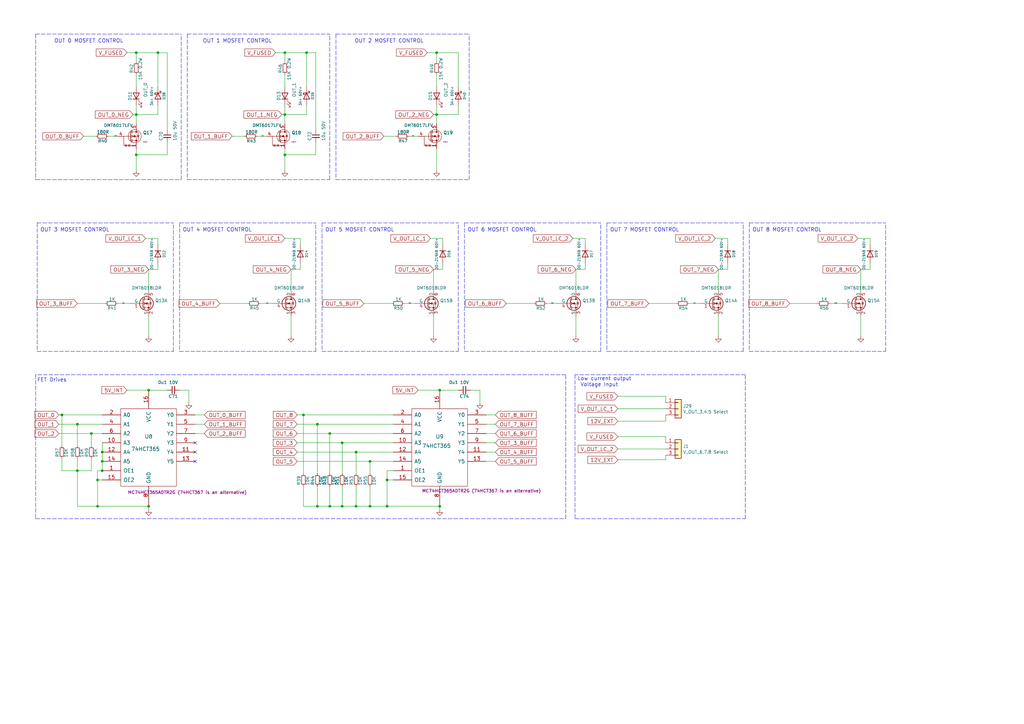
<source format=kicad_sch>
(kicad_sch (version 20211123) (generator eeschema)
  (paper "A3")
  (title_block (title "Duet 3 - Expansion 3HC") (date "2022-05-30") (rev "1.02") (company "Duet3D") (comment 1 "DUET 3 LICENSE") (comment 2 "www.duet3d.com"))
  (lib_symbols
    (symbol "Connector_Generic:Conn_01x03" (pin_names (offset 1.016) hide)
      (property "Reference" "J" (at 0 5.08 0))
      (property "Value" "Conn_01x03" (at 0 -5.08 0))
      (symbol "Conn_01x03_1_1"
        (pin passive line (at -5.08 2.54 0) (length 3.81) (name "Pin_1") (number "1"))
        (pin passive line (at -5.08 0 0) (length 3.81) (name "Pin_2") (number "2"))
        (pin passive line (at -5.08 -2.54 0) (length 3.81) (name "Pin_3") (number "3"))
      )
    )
    (symbol "Device:C_Small" (pin_numbers hide) (pin_names (offset 0.254) hide)
      (property "Reference" "C" (at 0.254 1.778 0))
      (property "Value" "C_Small" (at 0.254 -2.032 0))
      (symbol "C_Small_1_1"
        (pin passive line (at 0 2.54 270) (length 2.032) (name "~") (number "1"))
        (pin passive line (at 0 -2.54 90) (length 2.032) (name "~") (number "2"))
      )
    )
    (symbol "Device:D" (pin_numbers hide) (pin_names (offset 1.016) hide)
      (property "Reference" "D" (at 0 2.54 0))
      (property "Value" "D" (at 0 -2.54 0))
      (symbol "D_1_1"
        (pin passive line (at -3.81 0 0) (length 2.54) (name "K") (number "1"))
        (pin passive line (at 3.81 0 180) (length 2.54) (name "A") (number "2"))
      )
    )
    (symbol "Device:D_Schottky" (pin_numbers hide) (pin_names (offset 1.016) hide)
      (property "Reference" "D" (at 0 2.54 0))
      (property "Value" "D_Schottky" (at 0 -2.54 0))
      (symbol "D_Schottky_1_1"
        (pin passive line (at -3.81 0 0) (length 2.54) (name "K") (number "1"))
        (pin passive line (at 3.81 0 180) (length 2.54) (name "A") (number "2"))
      )
    )
    (symbol "Device:LED" (pin_numbers hide) (pin_names (offset 1.016) hide)
      (property "Reference" "D" (at 0 2.54 0))
      (property "Value" "LED" (at 0 -2.54 0))
      (symbol "LED_1_1"
        (pin passive line (at -3.81 0 0) (length 2.54) (name "K") (number "1"))
        (pin passive line (at 3.81 0 180) (length 2.54) (name "A") (number "2"))
      )
    )
    (symbol "Device:R_Small" (pin_numbers hide) (pin_names (offset 0.254) hide)
      (property "Reference" "R" (at 0.762 0.508 0))
      (property "Value" "R_Small" (at 0.762 -1.016 0))
      (symbol "R_Small_1_1"
        (pin passive line (at 0 2.54 270) (length 0.762) (name "~") (number "1"))
        (pin passive line (at 0 -2.54 90) (length 0.762) (name "~") (number "2"))
      )
    )
    (symbol "Duet3:74HCT365" (pin_names (offset 1.016))
      (property "Reference" "U" (at 0 1.27 0))
      (property "Value" "74HCT365" (at 0 -1.27 0))
      (symbol "74HCT365_1_1"
        (pin power_in line (at -19.05 -11.43 0) (length 7.62) (name "OE1") (number "1"))
        (pin power_in line (at -19.05 0 0) (length 7.62) (name "A3") (number "10"))
        (pin power_in line (at 19.05 -3.81 180) (length 7.62) (name "Y4") (number "11"))
        (pin power_in line (at -19.05 -3.81 0) (length 7.62) (name "A4") (number "12"))
        (pin power_in line (at 19.05 -7.62 180) (length 7.62) (name "Y5") (number "13"))
        (pin power_in line (at -19.05 -7.62 0) (length 7.62) (name "A5") (number "14"))
        (pin power_in line (at -19.05 -15.24 0) (length 7.62) (name "OE2") (number "15"))
        (pin power_in line (at 0 21.59 270) (length 7.62) (name "VCC") (number "16"))
        (pin power_in line (at -19.05 11.43 0) (length 7.62) (name "A0") (number "2"))
        (pin power_in line (at 19.05 11.43 180) (length 7.62) (name "Y0") (number "3"))
        (pin power_in line (at -19.05 7.62 0) (length 7.62) (name "A1") (number "4"))
        (pin power_in line (at 19.05 7.62 180) (length 7.62) (name "Y1") (number "5"))
        (pin power_in line (at -19.05 3.81 0) (length 7.62) (name "A2") (number "6"))
        (pin power_in line (at 19.05 3.81 180) (length 7.62) (name "Y2") (number "7"))
        (pin power_in line (at 0 -25.4 90) (length 7.62) (name "GND") (number "8"))
        (pin power_in line (at 19.05 0 180) (length 7.62) (name "Y3") (number "9"))
      )
    )
    (symbol "Duet3:DMT60nnLFV" (pin_names (offset 0) hide)
      (property "Reference" "Q" (at 3.81 1.905 0))
      (property "Value" "Duet3_DMT60nnLFV" (at 3.81 0 0))
      (property "Part Number" "DMT6017LFV" (at -1.27 0 0))
      (symbol "DMT60nnLFV_1_1"
        (pin passive line (at 1.27 -5.08 90) (length 2.54) (name "S") (number "1"))
        (pin passive line (at 1.27 -5.08 90) (length 2.54) hide (name "S") (number "2"))
        (pin passive line (at 1.27 -5.08 90) (length 2.54) hide (name "S") (number "3"))
        (pin passive line (at -6.35 0 0) (length 2.54) (name "G") (number "4"))
        (pin passive line (at 1.27 5.08 270) (length 2.54) (name "D") (number "5"))
      )
    )
    (symbol "Duet3:Q_DUAL_NMOS_Power33-Device" (pin_names (offset 0))
      (property "Reference" "Q" (at 6.35 1.27 0))
      (property "Value" "Q_DUAL_NMOS_Power33-Device" (at 16.51 -1.27 0))
      (symbol "Q_DUAL_NMOS_Power33-Device_1_1"
        (pin input line (at -5.08 0 0) (length 5.08) (name "G") (number "1"))
        (pin passive line (at 2.54 -5.08 90) (length 2.54) (name "S") (number "2"))
        (pin passive line (at 2.54 5.08 270) (length 2.54) (name "D") (number "5"))
      )
      (symbol "Q_DUAL_NMOS_Power33-Device_2_1"
        (pin passive line (at 2.54 -5.08 90) (length 2.54) (name "S") (number "3"))
        (pin input line (at -5.08 0 0) (length 5.08) (name "G") (number "4"))
        (pin passive line (at 2.54 5.08 270) (length 2.54) (name "D") (number "6"))
      )
    )
    (symbol "power:GND" (power) (pin_names (offset 0))
      (property "Value" "GND" (at 0 -3.81 0))
      (symbol "GND_1_1"
        (pin power_in line (at 0 0 270) (length 0) hide (name "GND") (number "1"))
      )
    )
  )
  (junction (at 135.255 177.8))
  (junction (at 180.34 207.645))
  (junction (at 158.75 196.85))
  (junction (at 140.335 207.645))
  (junction (at 41.91 185.42))
  (junction (at 41.91 189.23))
  (junction (at 25.4 170.18))
  (junction (at 55.88 21.59))
  (junction (at 125.73 21.59))
  (junction (at 116.84 46.99))
  (junction (at 179.07 21.59))
  (junction (at 135.255 207.645))
  (junction (at 37.465 177.8))
  (junction (at 130.175 207.645))
  (junction (at 60.96 160.02))
  (junction (at 146.05 207.645))
  (junction (at 40.005 196.85))
  (junction (at 55.88 46.99))
  (junction (at 31.75 193.04))
  (junction (at 40.005 207.645))
  (junction (at 146.05 185.42))
  (junction (at 180.34 160.02))
  (junction (at 179.07 46.99))
  (junction (at 116.84 63.5))
  (junction (at 116.84 21.59))
  (junction (at 31.75 173.99))
  (junction (at 41.91 193.04))
  (junction (at 151.765 189.23))
  (junction (at 124.46 170.18))
  (junction (at 158.75 207.645))
  (junction (at 130.175 173.99))
  (junction (at 64.77 21.59))
  (junction (at 151.765 207.645))
  (junction (at 60.96 207.645))
  (junction (at 55.88 63.5))
  (junction (at 140.335 181.61))
  (no_connect (at 80.01 185.42))
  (no_connect (at 80.01 181.61))
  (no_connect (at 80.01 189.23))
  (wire (pts (xy 64.77 107.95) (xy 64.77 110.49)))
  (wire (pts (xy 196.85 160.02) (xy 196.85 165.1)))
  (wire (pts (xy 253.365 188.595) (xy 273.05 188.595)))
  (wire (pts (xy 273.05 179.07) (xy 253.365 179.07)))
  (wire (pts (xy 55.88 30.48) (xy 55.88 35.56)))
  (polyline (pts (xy 76.835 73.66) (xy 135.255 73.66)))
  (wire (pts (xy 119.38 110.49) (xy 123.19 110.49)))
  (wire (pts (xy 199.39 177.8) (xy 203.2 177.8)))
  (polyline (pts (xy 248.92 91.44) (xy 304.8 91.44)))
  (wire (pts (xy 151.765 199.39) (xy 151.765 207.645)))
  (wire (pts (xy 31.75 193.04) (xy 25.4 193.04)))
  (wire (pts (xy 165.735 124.46) (xy 170.18 124.46)))
  (wire (pts (xy 68.58 58.42) (xy 68.58 63.5)))
  (polyline (pts (xy 192.405 73.66) (xy 192.405 13.97)))
  (wire (pts (xy 60.96 207.645) (xy 60.96 207.01)))
  (polyline (pts (xy 132.08 91.44) (xy 187.96 91.44)))
  (wire (pts (xy 175.26 21.59) (xy 179.07 21.59)))
  (wire (pts (xy 177.8 110.49) (xy 177.8 119.38)))
  (polyline (pts (xy 74.295 73.66) (xy 74.295 13.97)))
  (wire (pts (xy 140.335 181.61) (xy 161.29 181.61)))
  (polyline (pts (xy 15.24 144.145) (xy 71.12 144.145)))
  (wire (pts (xy 151.765 189.23) (xy 161.29 189.23)))
  (wire (pts (xy 203.2 189.23) (xy 199.39 189.23)))
  (wire (pts (xy 140.335 207.645) (xy 146.05 207.645)))
  (wire (pts (xy 240.03 97.79) (xy 234.95 97.79)))
  (wire (pts (xy 40.005 196.85) (xy 40.005 207.645)))
  (wire (pts (xy 151.765 189.23) (xy 151.765 194.31)))
  (polyline (pts (xy 73.66 144.145) (xy 129.54 144.145)))
  (wire (pts (xy 52.07 21.59) (xy 55.88 21.59)))
  (wire (pts (xy 124.46 170.18) (xy 161.29 170.18)))
  (polyline (pts (xy 307.34 91.44) (xy 307.34 144.145)))
  (polyline (pts (xy 305.689 212.725) (xy 305.689 153.67)))
  (wire (pts (xy 199.39 170.18) (xy 203.2 170.18)))
  (wire (pts (xy 146.05 207.645) (xy 151.765 207.645)))
  (wire (pts (xy 171.45 160.02) (xy 180.34 160.02)))
  (wire (pts (xy 236.22 110.49) (xy 240.03 110.49)))
  (wire (pts (xy 77.47 160.02) (xy 77.47 165.1)))
  (wire (pts (xy 298.45 97.79) (xy 298.45 100.33)))
  (wire (pts (xy 149.225 124.46) (xy 160.655 124.46)))
  (wire (pts (xy 353.06 110.49) (xy 353.06 119.38)))
  (wire (pts (xy 40.005 193.04) (xy 40.005 196.85)))
  (wire (pts (xy 282.575 124.46) (xy 287.02 124.46)))
  (wire (pts (xy 146.05 199.39) (xy 146.05 207.645)))
  (wire (pts (xy 353.06 129.54) (xy 353.06 137.795)))
  (polyline (pts (xy 235.839 153.67) (xy 235.839 212.725)))
  (wire (pts (xy 253.365 184.15) (xy 273.05 184.15)))
  (polyline (pts (xy 132.08 144.145) (xy 187.96 144.145)))
  (polyline (pts (xy 137.795 73.66) (xy 192.405 73.66)))
  (wire (pts (xy 199.39 173.99) (xy 203.2 173.99)))
  (wire (pts (xy 140.335 181.61) (xy 140.335 194.31)))
  (polyline (pts (xy 232.029 153.67) (xy 14.605 153.67)))
  (wire (pts (xy 179.07 46.99) (xy 177.8 46.99)))
  (wire (pts (xy 119.38 129.54) (xy 119.38 137.795)))
  (wire (pts (xy 273.05 172.72) (xy 273.05 170.18)))
  (wire (pts (xy 55.88 63.5) (xy 55.88 69.85)))
  (wire (pts (xy 55.88 43.18) (xy 55.88 46.99)))
  (wire (pts (xy 236.22 110.49) (xy 236.22 119.38)))
  (wire (pts (xy 135.255 177.8) (xy 135.255 194.31)))
  (wire (pts (xy 129.54 63.5) (xy 116.84 63.5)))
  (wire (pts (xy 140.335 199.39) (xy 140.335 207.645)))
  (wire (pts (xy 41.91 185.42) (xy 41.91 189.23)))
  (polyline (pts (xy 14.605 212.725) (xy 232.029 212.725)))
  (wire (pts (xy 48.26 124.46) (xy 53.34 124.46)))
  (wire (pts (xy 116.84 46.99) (xy 125.73 46.99)))
  (wire (pts (xy 179.07 43.18) (xy 179.07 46.99)))
  (wire (pts (xy 73.66 160.02) (xy 77.47 160.02)))
  (wire (pts (xy 41.91 181.61) (xy 41.91 185.42)))
  (wire (pts (xy 113.03 21.59) (xy 116.84 21.59)))
  (polyline (pts (xy 248.92 144.145) (xy 304.8 144.145)))
  (wire (pts (xy 116.84 30.48) (xy 116.84 35.56)))
  (wire (pts (xy 298.45 97.79) (xy 293.37 97.79)))
  (wire (pts (xy 116.84 63.5) (xy 116.84 69.85)))
  (wire (pts (xy 124.46 207.645) (xy 130.175 207.645)))
  (wire (pts (xy 298.45 107.95) (xy 298.45 110.49)))
  (wire (pts (xy 55.88 21.59) (xy 55.88 25.4)))
  (wire (pts (xy 68.58 63.5) (xy 55.88 63.5)))
  (wire (pts (xy 161.29 193.04) (xy 158.75 193.04)))
  (polyline (pts (xy 14.605 13.97) (xy 14.605 73.66)))
  (polyline (pts (xy 304.8 144.145) (xy 304.8 91.44)))
  (wire (pts (xy 129.54 21.59) (xy 129.54 53.34)))
  (wire (pts (xy 253.365 167.64) (xy 273.05 167.64)))
  (wire (pts (xy 60.96 160.02) (xy 68.58 160.02)))
  (wire (pts (xy 125.73 35.56) (xy 125.73 21.59)))
  (wire (pts (xy 353.06 110.49) (xy 356.87 110.49)))
  (wire (pts (xy 240.03 97.79) (xy 240.03 100.33)))
  (wire (pts (xy 55.88 46.99) (xy 64.77 46.99)))
  (wire (pts (xy 60.96 110.49) (xy 64.77 110.49)))
  (wire (pts (xy 64.77 35.56) (xy 64.77 21.59)))
  (wire (pts (xy 123.19 97.79) (xy 123.19 100.33)))
  (wire (pts (xy 25.4 170.18) (xy 41.91 170.18)))
  (wire (pts (xy 157.48 55.88) (xy 162.56 55.88)))
  (polyline (pts (xy 14.605 73.66) (xy 74.295 73.66)))
  (polyline (pts (xy 305.689 153.67) (xy 235.839 153.67)))
  (wire (pts (xy 187.96 21.59) (xy 179.07 21.59)))
  (wire (pts (xy 124.46 170.18) (xy 124.46 194.31)))
  (wire (pts (xy 199.39 185.42) (xy 203.2 185.42)))
  (wire (pts (xy 273.05 188.595) (xy 273.05 186.69)))
  (wire (pts (xy 31.75 193.04) (xy 37.465 193.04)))
  (wire (pts (xy 130.175 173.99) (xy 161.29 173.99)))
  (wire (pts (xy 158.75 196.85) (xy 161.29 196.85)))
  (wire (pts (xy 52.07 160.02) (xy 60.96 160.02)))
  (wire (pts (xy 116.84 21.59) (xy 125.73 21.59)))
  (wire (pts (xy 64.77 97.79) (xy 64.77 100.33)))
  (wire (pts (xy 106.68 124.46) (xy 111.76 124.46)))
  (polyline (pts (xy 15.24 91.44) (xy 15.24 144.145)))
  (polyline (pts (xy 71.12 144.145) (xy 71.12 91.44)))
  (wire (pts (xy 121.92 181.61) (xy 140.335 181.61)))
  (wire (pts (xy 31.75 173.99) (xy 31.75 182.88)))
  (wire (pts (xy 356.87 97.79) (xy 356.87 100.33)))
  (wire (pts (xy 116.84 46.99) (xy 115.57 46.99)))
  (wire (pts (xy 40.005 207.645) (xy 60.96 207.645)))
  (polyline (pts (xy 132.08 91.44) (xy 132.08 144.145)))
  (wire (pts (xy 193.04 160.02) (xy 196.85 160.02)))
  (polyline (pts (xy 73.66 91.44) (xy 129.54 91.44)))
  (wire (pts (xy 180.34 160.02) (xy 187.96 160.02)))
  (polyline (pts (xy 135.255 73.66) (xy 135.255 13.97)))
  (wire (pts (xy 64.77 97.79) (xy 59.69 97.79)))
  (wire (pts (xy 40.005 196.85) (xy 41.91 196.85)))
  (wire (pts (xy 83.82 177.8) (xy 80.01 177.8)))
  (wire (pts (xy 64.77 46.99) (xy 64.77 43.18)))
  (wire (pts (xy 273.05 181.61) (xy 273.05 179.07)))
  (wire (pts (xy 60.96 110.49) (xy 60.96 119.38)))
  (wire (pts (xy 179.07 50.8) (xy 179.07 46.99)))
  (wire (pts (xy 167.64 55.88) (xy 171.45 55.88)))
  (wire (pts (xy 207.645 124.46) (xy 219.075 124.46)))
  (wire (pts (xy 124.46 199.39) (xy 124.46 207.645)))
  (wire (pts (xy 356.87 97.79) (xy 351.79 97.79)))
  (wire (pts (xy 55.88 46.99) (xy 54.61 46.99)))
  (wire (pts (xy 60.96 208.915) (xy 60.96 207.645)))
  (wire (pts (xy 273.05 162.56) (xy 253.365 162.56)))
  (wire (pts (xy 224.155 124.46) (xy 228.6 124.46)))
  (wire (pts (xy 125.73 21.59) (xy 129.54 21.59)))
  (wire (pts (xy 146.05 185.42) (xy 146.05 194.31)))
  (wire (pts (xy 129.54 58.42) (xy 129.54 63.5)))
  (wire (pts (xy 119.38 110.49) (xy 119.38 119.38)))
  (wire (pts (xy 68.58 21.59) (xy 68.58 53.34)))
  (wire (pts (xy 179.07 21.59) (xy 179.07 25.4)))
  (wire (pts (xy 55.88 50.8) (xy 55.88 46.99)))
  (wire (pts (xy 236.22 129.54) (xy 236.22 137.795)))
  (wire (pts (xy 121.92 170.18) (xy 124.46 170.18)))
  (wire (pts (xy 135.255 199.39) (xy 135.255 207.645)))
  (wire (pts (xy 121.92 173.99) (xy 130.175 173.99)))
  (polyline (pts (xy 73.66 91.44) (xy 73.66 144.145)))
  (wire (pts (xy 116.84 21.59) (xy 116.84 25.4)))
  (wire (pts (xy 37.465 177.8) (xy 37.465 182.88)))
  (wire (pts (xy 130.175 173.99) (xy 130.175 194.31)))
  (wire (pts (xy 158.75 196.85) (xy 158.75 207.645)))
  (wire (pts (xy 105.41 55.88) (xy 109.22 55.88)))
  (polyline (pts (xy 246.38 144.145) (xy 246.38 91.44)))
  (wire (pts (xy 130.175 199.39) (xy 130.175 207.645)))
  (wire (pts (xy 64.77 21.59) (xy 68.58 21.59)))
  (wire (pts (xy 266.065 124.46) (xy 277.495 124.46)))
  (wire (pts (xy 31.75 124.46) (xy 43.18 124.46)))
  (wire (pts (xy 179.07 30.48) (xy 179.07 35.56)))
  (polyline (pts (xy 14.605 13.97) (xy 74.295 13.97)))
  (wire (pts (xy 294.64 110.49) (xy 298.45 110.49)))
  (wire (pts (xy 323.85 124.46) (xy 335.28 124.46)))
  (wire (pts (xy 151.765 207.645) (xy 158.75 207.645)))
  (polyline (pts (xy 190.5 144.145) (xy 246.38 144.145)))
  (polyline (pts (xy 307.34 91.44) (xy 363.22 91.44)))
  (polyline (pts (xy 15.24 91.44) (xy 71.12 91.44)))
  (wire (pts (xy 55.88 21.59) (xy 64.77 21.59)))
  (wire (pts (xy 158.75 207.645) (xy 180.34 207.645)))
  (wire (pts (xy 135.255 177.8) (xy 161.29 177.8)))
  (wire (pts (xy 116.84 50.8) (xy 116.84 46.99)))
  (polyline (pts (xy 307.34 144.145) (xy 363.22 144.145)))
  (polyline (pts (xy 190.5 91.44) (xy 190.5 144.145)))
  (wire (pts (xy 199.39 181.61) (xy 203.2 181.61)))
  (wire (pts (xy 121.92 177.8) (xy 135.255 177.8)))
  (wire (pts (xy 37.465 177.8) (xy 41.91 177.8)))
  (polyline (pts (xy 137.795 13.97) (xy 137.795 73.66)))
  (wire (pts (xy 177.8 110.49) (xy 181.61 110.49)))
  (wire (pts (xy 83.82 173.99) (xy 80.01 173.99)))
  (wire (pts (xy 116.84 43.18) (xy 116.84 46.99)))
  (wire (pts (xy 158.75 193.04) (xy 158.75 196.85)))
  (wire (pts (xy 40.005 207.645) (xy 31.75 207.645)))
  (wire (pts (xy 55.88 60.96) (xy 55.88 63.5)))
  (wire (pts (xy 31.75 187.96) (xy 31.75 193.04)))
  (wire (pts (xy 135.255 207.645) (xy 140.335 207.645)))
  (wire (pts (xy 41.91 193.04) (xy 40.005 193.04)))
  (polyline (pts (xy 187.96 144.145) (xy 187.96 91.44)))
  (wire (pts (xy 187.96 35.56) (xy 187.96 21.59)))
  (wire (pts (xy 123.19 97.79) (xy 116.84 97.79)))
  (wire (pts (xy 83.82 170.18) (xy 80.01 170.18)))
  (wire (pts (xy 179.07 60.96) (xy 179.07 69.85)))
  (wire (pts (xy 95.25 55.88) (xy 100.33 55.88)))
  (wire (pts (xy 31.75 173.99) (xy 41.91 173.99)))
  (wire (pts (xy 340.36 124.46) (xy 345.44 124.46)))
  (wire (pts (xy 24.13 173.99) (xy 31.75 173.99)))
  (wire (pts (xy 146.05 185.42) (xy 161.29 185.42)))
  (polyline (pts (xy 76.835 13.97) (xy 135.255 13.97)))
  (wire (pts (xy 44.45 55.88) (xy 48.26 55.88)))
  (polyline (pts (xy 76.835 13.97) (xy 76.835 73.66)))
  (wire (pts (xy 181.61 107.95) (xy 181.61 110.49)))
  (wire (pts (xy 294.64 129.54) (xy 294.64 137.795)))
  (wire (pts (xy 41.91 189.23) (xy 41.91 193.04)))
  (wire (pts (xy 187.96 46.99) (xy 187.96 43.18)))
  (wire (pts (xy 179.07 46.99) (xy 187.96 46.99)))
  (polyline (pts (xy 137.795 13.97) (xy 192.405 13.97)))
  (polyline (pts (xy 14.605 153.67) (xy 14.605 212.725)))
  (wire (pts (xy 116.84 60.96) (xy 116.84 63.5)))
  (wire (pts (xy 24.13 177.8) (xy 37.465 177.8)))
  (wire (pts (xy 24.13 170.18) (xy 25.4 170.18)))
  (wire (pts (xy 25.4 170.18) (xy 25.4 182.88)))
  (wire (pts (xy 121.92 185.42) (xy 146.05 185.42)))
  (wire (pts (xy 356.87 107.95) (xy 356.87 110.49)))
  (wire (pts (xy 123.19 107.95) (xy 123.19 110.49)))
  (wire (pts (xy 125.73 46.99) (xy 125.73 43.18)))
  (wire (pts (xy 31.75 207.645) (xy 31.75 193.04)))
  (polyline (pts (xy 235.839 212.725) (xy 305.689 212.725)))
  (wire (pts (xy 60.96 129.54) (xy 60.96 137.795)))
  (polyline (pts (xy 190.5 91.44) (xy 246.38 91.44)))
  (wire (pts (xy 180.34 208.915) (xy 180.34 207.645)))
  (polyline (pts (xy 363.22 144.145) (xy 363.22 91.44)))
  (wire (pts (xy 90.17 124.46) (xy 101.6 124.46)))
  (wire (pts (xy 273.05 165.1) (xy 273.05 162.56)))
  (wire (pts (xy 25.4 187.96) (xy 25.4 193.04)))
  (wire (pts (xy 121.92 189.23) (xy 151.765 189.23)))
  (wire (pts (xy 181.61 97.79) (xy 176.53 97.79)))
  (wire (pts (xy 177.8 129.54) (xy 177.8 137.795)))
  (wire (pts (xy 294.64 110.49) (xy 294.64 119.38)))
  (wire (pts (xy 34.29 55.88) (xy 39.37 55.88)))
  (polyline (pts (xy 248.92 91.44) (xy 248.92 144.145)))
  (wire (pts (xy 130.175 207.645) (xy 135.255 207.645)))
  (wire (pts (xy 180.34 207.645) (xy 180.34 207.01)))
  (polyline (pts (xy 129.54 144.145) (xy 129.54 91.44)))
  (polyline (pts (xy 232.029 212.725) (xy 232.029 153.67)))
  (wire (pts (xy 240.03 107.95) (xy 240.03 110.49)))
  (wire (pts (xy 253.365 172.72) (xy 273.05 172.72)))
  (wire (pts (xy 37.465 187.96) (xy 37.465 193.04)))
  (wire (pts (xy 181.61 97.79) (xy 181.61 100.33)))
  (text "Low current output\n Voltage Input" (at 236.855 158.75 0) (effects (font (size 1.524 1.524)) (justify left bottom)))
  (text "OUT 5 MOSFET CONTROL" (at 133.35 95.25 0) (effects (font (size 1.524 1.524)) (justify left bottom)))
  (text "OUT 3 MOSFET CONTROL" (at 16.51 95.25 0) (effects (font (size 1.524 1.524)) (justify left bottom)))
  (text "OUT 6 MOSFET CONTROL" (at 191.77 95.25 0) (effects (font (size 1.524 1.524)) (justify left bottom)))
  (text "OUT 7 MOSFET CONTROL" (at 250.19 95.25 0) (effects (font (size 1.524 1.524)) (justify left bottom)))
  (text "OUT 4 MOSFET CONTROL" (at 74.93 95.25 0) (effects (font (size 1.524 1.524)) (justify left bottom)))
  (text "FET Drives" (at 15.24 156.845 0) (effects (font (size 1.524 1.524)) (justify left bottom)))
  (text "OUT 2 MOSFET CONTROL" (at 145.415 17.78 0) (effects (font (size 1.524 1.524)) (justify left bottom)))
  (text "OUT 0 MOSFET CONTROL" (at 22.225 17.78 0) (effects (font (size 1.524 1.524)) (justify left bottom)))
  (text "OUT 8 MOSFET CONTROL" (at 308.61 95.25 0) (effects (font (size 1.524 1.524)) (justify left bottom)))
  (text "OUT 1 MOSFET CONTROL" (at 83.185 17.78 0) (effects (font (size 1.524 1.524)) (justify left bottom)))
  (label "out_7" (at 284.48 124.46 0) (effects (font (size 0.2032 0.2032))))
  (label "out_8" (at 342.265 124.46 0) (effects (font (size 0.2032 0.2032))))
  (label "out_4" (at 109.22 124.46 0) (effects (font (size 0.2032 0.2032))))
  (label "out_1" (at 107.315 55.88 0) (effects (font (size 0.2032 0.2032))))
  (label "out_6" (at 226.06 124.46 0) (effects (font (size 0.2032 0.2032))))
  (label "out_3" (at 50.165 124.46 0) (effects (font (size 0.2032 0.2032))))
  (label "out_0" (at 46.99 55.88 0) (effects (font (size 0.2032 0.2032))))
  (label "out_5" (at 167.64 124.46 0) (effects (font (size 0.2032 0.2032))))
  (label "out_2" (at 168.91 55.88 0) (effects (font (size 0.2032 0.2032))))
  (global_label "V_OUT_LC_1" (shape input) (at 59.69 97.79 180) (effects (font (size 1.524 1.524))) (property "Intersheet References" "${INTERSHEET_REFS}" (effects hide)))
  (global_label "OUT_4_BUFF" (shape input) (at 90.17 124.46 180) (effects (font (size 1.524 1.524))) (property "Intersheet References" "${INTERSHEET_REFS}" (effects hide)))
  (global_label "OUT_4" (shape input) (at 121.92 185.42 180) (effects (font (size 1.524 1.524))) (property "Intersheet References" "${INTERSHEET_REFS}" (effects hide)))
  (global_label "OUT_2_NEG" (shape input) (at 177.8 46.99 180) (effects (font (size 1.524 1.524))) (property "Intersheet References" "${INTERSHEET_REFS}" (effects hide)))
  (global_label "V_FUSED" (shape input) (at 253.365 162.56 180) (effects (font (size 1.524 1.524))) (property "Intersheet References" "${INTERSHEET_REFS}" (effects hide)))
  (global_label "OUT_7_BUFF" (shape input) (at 266.065 124.46 180) (effects (font (size 1.524 1.524))) (property "Intersheet References" "${INTERSHEET_REFS}" (effects hide)))
  (global_label "OUT_6_NEG" (shape input) (at 236.22 110.49 180) (effects (font (size 1.524 1.524))) (property "Intersheet References" "${INTERSHEET_REFS}" (effects hide)))
  (global_label "OUT_8_BUFF" (shape input) (at 203.2 170.18 0) (effects (font (size 1.524 1.524))) (property "Intersheet References" "${INTERSHEET_REFS}" (effects hide)))
  (global_label "OUT_6" (shape input) (at 121.92 177.8 180) (effects (font (size 1.524 1.524))) (property "Intersheet References" "${INTERSHEET_REFS}" (effects hide)))
  (global_label "12V_EXT" (shape input) (at 253.365 188.595 180) (effects (font (size 1.524 1.524))) (property "Intersheet References" "${INTERSHEET_REFS}" (effects hide)))
  (global_label "V_OUT_LC_2" (shape input) (at 293.37 97.79 180) (effects (font (size 1.524 1.524))) (property "Intersheet References" "${INTERSHEET_REFS}" (effects hide)))
  (global_label "OUT_1_NEG" (shape input) (at 115.57 46.99 180) (effects (font (size 1.524 1.524))) (property "Intersheet References" "${INTERSHEET_REFS}" (effects hide)))
  (global_label "OUT_6_BUFF" (shape input) (at 203.2 177.8 0) (effects (font (size 1.524 1.524))) (property "Intersheet References" "${INTERSHEET_REFS}" (effects hide)))
  (global_label "OUT_0_BUFF" (shape input) (at 83.82 170.18 0) (effects (font (size 1.524 1.524))) (property "Intersheet References" "${INTERSHEET_REFS}" (effects hide)))
  (global_label "OUT_5_NEG" (shape input) (at 177.8 110.49 180) (effects (font (size 1.524 1.524))) (property "Intersheet References" "${INTERSHEET_REFS}" (effects hide)))
  (global_label "OUT_5_BUFF" (shape input) (at 149.225 124.46 180) (effects (font (size 1.524 1.524))) (property "Intersheet References" "${INTERSHEET_REFS}" (effects hide)))
  (global_label "V_FUSED" (shape input) (at 52.07 21.59 180) (effects (font (size 1.524 1.524))) (property "Intersheet References" "${INTERSHEET_REFS}" (effects hide)))
  (global_label "V_OUT_LC_2" (shape input) (at 234.95 97.79 180) (effects (font (size 1.524 1.524))) (property "Intersheet References" "${INTERSHEET_REFS}" (effects hide)))
  (global_label "5V_INT" (shape input) (at 52.07 160.02 180) (effects (font (size 1.524 1.524))) (property "Intersheet References" "${INTERSHEET_REFS}" (effects hide)))
  (global_label "OUT_3_NEG" (shape input) (at 60.96 110.49 180) (effects (font (size 1.524 1.524))) (property "Intersheet References" "${INTERSHEET_REFS}" (effects hide)))
  (global_label "OUT_3" (shape input) (at 121.92 181.61 180) (effects (font (size 1.524 1.524))) (property "Intersheet References" "${INTERSHEET_REFS}" (effects hide)))
  (global_label "OUT_1_BUFF" (shape input) (at 83.82 173.99 0) (effects (font (size 1.524 1.524))) (property "Intersheet References" "${INTERSHEET_REFS}" (effects hide)))
  (global_label "OUT_2_BUFF" (shape input) (at 157.48 55.88 180) (effects (font (size 1.524 1.524))) (property "Intersheet References" "${INTERSHEET_REFS}" (effects hide)))
  (global_label "OUT_0_NEG" (shape input) (at 54.61 46.99 180) (effects (font (size 1.524 1.524))) (property "Intersheet References" "${INTERSHEET_REFS}" (effects hide)))
  (global_label "OUT_4_NEG" (shape input) (at 119.38 110.49 180) (effects (font (size 1.524 1.524))) (property "Intersheet References" "${INTERSHEET_REFS}" (effects hide)))
  (global_label "12V_EXT" (shape input) (at 253.365 172.72 180) (effects (font (size 1.524 1.524))) (property "Intersheet References" "${INTERSHEET_REFS}" (effects hide)))
  (global_label "OUT_0_BUFF" (shape input) (at 34.29 55.88 180) (effects (font (size 1.524 1.524))) (property "Intersheet References" "${INTERSHEET_REFS}" (effects hide)))
  (global_label "V_OUT_LC_1" (shape input) (at 176.53 97.79 180) (effects (font (size 1.524 1.524))) (property "Intersheet References" "${INTERSHEET_REFS}" (effects hide)))
  (global_label "V_OUT_LC_1" (shape input) (at 253.365 167.64 180) (effects (font (size 1.524 1.524))) (property "Intersheet References" "${INTERSHEET_REFS}" (effects hide)))
  (global_label "V_FUSED" (shape input) (at 175.26 21.59 180) (effects (font (size 1.524 1.524))) (property "Intersheet References" "${INTERSHEET_REFS}" (effects hide)))
  (global_label "OUT_1" (shape input) (at 24.13 173.99 180) (effects (font (size 1.524 1.524))) (property "Intersheet References" "${INTERSHEET_REFS}" (effects hide)))
  (global_label "5V_INT" (shape input) (at 171.45 160.02 180) (effects (font (size 1.524 1.524))) (property "Intersheet References" "${INTERSHEET_REFS}" (effects hide)))
  (global_label "OUT_0" (shape input) (at 24.13 170.18 180) (effects (font (size 1.524 1.524))) (property "Intersheet References" "${INTERSHEET_REFS}" (effects hide)))
  (global_label "OUT_3_BUFF" (shape input) (at 203.2 181.61 0) (effects (font (size 1.524 1.524))) (property "Intersheet References" "${INTERSHEET_REFS}" (effects hide)))
  (global_label "OUT_7_BUFF" (shape input) (at 203.2 173.99 0) (effects (font (size 1.524 1.524))) (property "Intersheet References" "${INTERSHEET_REFS}" (effects hide)))
  (global_label "OUT_1_BUFF" (shape input) (at 95.25 55.88 180) (effects (font (size 1.524 1.524))) (property "Intersheet References" "${INTERSHEET_REFS}" (effects hide)))
  (global_label "V_OUT_LC_1" (shape input) (at 116.84 97.79 180) (effects (font (size 1.524 1.524))) (property "Intersheet References" "${INTERSHEET_REFS}" (effects hide)))
  (global_label "V_OUT_LC_2" (shape input) (at 351.79 97.79 180) (effects (font (size 1.524 1.524))) (property "Intersheet References" "${INTERSHEET_REFS}" (effects hide)))
  (global_label "OUT_8_NEG" (shape input) (at 353.06 110.49 180) (effects (font (size 1.524 1.524))) (property "Intersheet References" "${INTERSHEET_REFS}" (effects hide)))
  (global_label "OUT_5_BUFF" (shape input) (at 203.2 189.23 0) (effects (font (size 1.524 1.524))) (property "Intersheet References" "${INTERSHEET_REFS}" (effects hide)))
  (global_label "OUT_3_BUFF" (shape input) (at 31.75 124.46 180) (effects (font (size 1.524 1.524))) (property "Intersheet References" "${INTERSHEET_REFS}" (effects hide)))
  (global_label "OUT_8" (shape input) (at 121.92 170.18 180) (effects (font (size 1.524 1.524))) (property "Intersheet References" "${INTERSHEET_REFS}" (effects hide)))
  (global_label "OUT_2_BUFF" (shape input) (at 83.82 177.8 0) (effects (font (size 1.524 1.524))) (property "Intersheet References" "${INTERSHEET_REFS}" (effects hide)))
  (global_label "OUT_7_NEG" (shape input) (at 294.64 110.49 180) (effects (font (size 1.524 1.524))) (property "Intersheet References" "${INTERSHEET_REFS}" (effects hide)))
  (global_label "V_OUT_LC_2" (shape input) (at 253.365 184.15 180) (effects (font (size 1.524 1.524))) (property "Intersheet References" "${INTERSHEET_REFS}" (effects hide)))
  (global_label "V_FUSED" (shape input) (at 253.365 179.07 180) (effects (font (size 1.524 1.524))) (property "Intersheet References" "${INTERSHEET_REFS}" (effects hide)))
  (global_label "OUT_4_BUFF" (shape input) (at 203.2 185.42 0) (effects (font (size 1.524 1.524))) (property "Intersheet References" "${INTERSHEET_REFS}" (effects hide)))
  (global_label "OUT_6_BUFF" (shape input) (at 207.645 124.46 180) (effects (font (size 1.524 1.524))) (property "Intersheet References" "${INTERSHEET_REFS}" (effects hide)))
  (global_label "OUT_8_BUFF" (shape input) (at 323.85 124.46 180) (effects (font (size 1.524 1.524))) (property "Intersheet References" "${INTERSHEET_REFS}" (effects hide)))
  (global_label "OUT_5" (shape input) (at 121.92 189.23 180) (effects (font (size 1.524 1.524))) (property "Intersheet References" "${INTERSHEET_REFS}" (effects hide)))
  (global_label "OUT_7" (shape input) (at 121.92 173.99 180) (effects (font (size 1.524 1.524))) (property "Intersheet References" "${INTERSHEET_REFS}" (effects hide)))
  (global_label "OUT_2" (shape input) (at 24.13 177.8 180) (effects (font (size 1.524 1.524))) (property "Intersheet References" "${INTERSHEET_REFS}" (effects hide)))
  (global_label "V_FUSED" (shape input) (at 113.03 21.59 180) (effects (font (size 1.524 1.524))) (property "Intersheet References" "${INTERSHEET_REFS}" (effects hide)))
  (symbol (lib_id "power:GND") (at 60.96 137.795 0) (unit 1)
    (property "Reference" "#PWR055" (effects hide))
    (property "Value" "GND" (effects hide))
  )
  (symbol (lib_id "Device:R_Small") (at 124.46 196.85 180) (unit 1)
    (property "Reference" "R39" (at 122.555 197.0532 90))
    (property "Value" "10K" (at 126.1872 197.1548 90))
    (property "Footprint" "Resistor_SMD:R_0402_1005Metric_Wbry" (effects hide))
    (property "Part Number" "RMCF0402FT10K0" (effects hide))
    (property "Rating" "0.063W" (effects hide))
  )
  (symbol (lib_id "Device:R_Small") (at 45.72 124.46 270) (unit 1)
    (property "Reference" "R41" (at 45.9232 126.365 90))
    (property "Value" "1K" (at 46.0248 122.7328 90))
    (property "Footprint" "Resistor_SMD:R_0402_1005Metric_Wbry" (effects hide))
    (property "Part Number" "RMCF0402FT1K00" (effects hide))
    (property "Rating" "0.063W" (effects hide))
  )
  (symbol (lib_id "Device:D") (at 64.77 104.14 270) (unit 1)
    (property "Reference" "D12" (at 67.31 104.14 0) (effects (font (size 1.016 1.016))))
    (property "Value" "DO-219AB 60V+" (at 62.23 104.14 0) (effects (font (size 1.016 1.016))))
    (property "Footprint" "complib:DO-219AB" (effects hide))
    (property "Datasheet" "http://uk.farnell.com/taiwan-semiconductor/es1cl/diode-ultra-fast-s1a-150v/dp/1559125" (effects hide))
    (property "Part Number" " HS1BL RVG / ES1CL-R3G" (effects hide))
  )
  (symbol (lib_id "Device:C_Small") (at 71.12 160.02 90) (unit 1)
    (property "Reference" "C71" (at 73.025 162.56 90) (effects (justify left)))
    (property "Value" "0u1 10V" (at 73.025 156.845 90) (effects (justify left)))
    (property "Footprint" "Capacitor_SMD:C_0402_1005Metric_Wbry" (effects hide))
    (property "Part Number" "CL05A104KP5NNNC" (effects hide))
  )
  (symbol (lib_id "power:GND") (at 77.47 165.1 0) (unit 1)
    (property "Reference" "#PWR057" (effects hide))
    (property "Value" "GND" (effects hide))
  )
  (symbol (lib_id "power:GND") (at 119.38 137.795 0) (unit 1)
    (property "Reference" "#PWR059" (effects hide))
    (property "Value" "GND" (effects hide))
  )
  (symbol (lib_id "Device:R_Small") (at 130.175 196.85 180) (unit 1)
    (property "Reference" "R44" (at 128.27 197.0532 90))
    (property "Value" "10K" (at 131.9022 197.1548 90))
    (property "Footprint" "Resistor_SMD:R_0402_1005Metric_Wbry" (effects hide))
    (property "Part Number" "RMCF0402FT10K0" (effects hide))
    (property "Rating" "0.063W" (effects hide))
  )
  (symbol (lib_id "Device:R_Small") (at 104.14 124.46 270) (unit 1)
    (property "Reference" "R45" (at 104.3432 126.365 90))
    (property "Value" "1K" (at 104.4448 122.7328 90))
    (property "Footprint" "Resistor_SMD:R_0402_1005Metric_Wbry" (effects hide))
    (property "Part Number" "RMCF0402FT1K00" (effects hide))
    (property "Rating" "0.063W" (effects hide))
  )
  (symbol (lib_id "Device:D") (at 123.19 104.14 270) (unit 1)
    (property "Reference" "D14" (at 125.73 104.14 0) (effects (font (size 1.016 1.016))))
    (property "Value" "DO-219AB 60V+" (at 120.65 104.14 0) (effects (font (size 1.016 1.016))))
    (property "Footprint" "complib:DO-219AB" (effects hide))
    (property "Datasheet" "http://uk.farnell.com/taiwan-semiconductor/es1cl/diode-ultra-fast-s1a-150v/dp/1559125" (effects hide))
    (property "Part Number" " HS1BL RVG / ES1CL-R3G" (effects hide))
  )
  (symbol (lib_id "power:GND") (at 177.8 137.795 0) (unit 1)
    (property "Reference" "#PWR061" (effects hide))
    (property "Value" "GND" (effects hide))
  )
  (symbol (lib_id "Device:R_Small") (at 135.255 196.85 180) (unit 1)
    (property "Reference" "R48" (at 133.35 197.0532 90))
    (property "Value" "10K" (at 136.9822 197.1548 90))
    (property "Footprint" "Resistor_SMD:R_0402_1005Metric_Wbry" (effects hide))
    (property "Part Number" "RMCF0402FT10K0" (effects hide))
    (property "Rating" "0.063W" (effects hide))
  )
  (symbol (lib_id "Device:R_Small") (at 163.195 124.46 270) (unit 1)
    (property "Reference" "R50" (at 163.3982 126.365 90))
    (property "Value" "1K" (at 163.4998 122.7328 90))
    (property "Footprint" "Resistor_SMD:R_0402_1005Metric_Wbry" (effects hide))
    (property "Part Number" "RMCF0402FT1K00" (effects hide))
    (property "Rating" "0.063W" (effects hide))
  )
  (symbol (lib_id "Device:D") (at 181.61 104.14 270) (unit 1)
    (property "Reference" "D16" (at 184.15 104.14 0) (effects (font (size 1.016 1.016))))
    (property "Value" "DO-219AB 60V+" (at 179.07 104.14 0) (effects (font (size 1.016 1.016))))
    (property "Footprint" "complib:DO-219AB" (effects hide))
    (property "Datasheet" "http://uk.farnell.com/taiwan-semiconductor/es1cl/diode-ultra-fast-s1a-150v/dp/1559125" (effects hide))
    (property "Part Number" " HS1BL RVG / ES1CL-R3G" (effects hide))
  )
  (symbol (lib_id "power:GND") (at 236.22 137.795 0) (unit 1)
    (property "Reference" "#PWR062" (effects hide))
    (property "Value" "GND" (effects hide))
  )
  (symbol (lib_id "Device:R_Small") (at 140.335 196.85 180) (unit 1)
    (property "Reference" "R51" (at 138.43 197.0532 90))
    (property "Value" "10K" (at 142.0622 197.1548 90))
    (property "Footprint" "Resistor_SMD:R_0402_1005Metric_Wbry" (effects hide))
    (property "Part Number" "RMCF0402FT10K0" (effects hide))
    (property "Rating" "0.063W" (effects hide))
  )
  (symbol (lib_id "Device:R_Small") (at 221.615 124.46 270) (unit 1)
    (property "Reference" "R52" (at 221.8182 126.365 90))
    (property "Value" "1K" (at 221.9198 122.7328 90))
    (property "Footprint" "Resistor_SMD:R_0402_1005Metric_Wbry" (effects hide))
    (property "Part Number" "RMCF0402FT1K00" (effects hide))
    (property "Rating" "0.063W" (effects hide))
  )
  (symbol (lib_id "Device:D") (at 240.03 104.14 270) (unit 1)
    (property "Reference" "D17" (at 242.57 104.14 0) (effects (font (size 1.016 1.016))))
    (property "Value" "DO-219AB 60V+" (at 237.49 104.14 0) (effects (font (size 1.016 1.016))))
    (property "Footprint" "complib:DO-219AB" (effects hide))
    (property "Datasheet" "http://uk.farnell.com/taiwan-semiconductor/es1cl/diode-ultra-fast-s1a-150v/dp/1559125" (effects hide))
    (property "Part Number" " HS1BL RVG / ES1CL-R3G" (effects hide))
  )
  (symbol (lib_id "power:GND") (at 294.64 137.795 0) (unit 1)
    (property "Reference" "#PWR063" (effects hide))
    (property "Value" "GND" (effects hide))
  )
  (symbol (lib_id "Device:R_Small") (at 146.05 196.85 180) (unit 1)
    (property "Reference" "R53" (at 144.145 197.0532 90))
    (property "Value" "10K" (at 147.7772 197.1548 90))
    (property "Footprint" "Resistor_SMD:R_0402_1005Metric_Wbry" (effects hide))
    (property "Part Number" "RMCF0402FT10K0" (effects hide))
    (property "Rating" "0.063W" (effects hide))
  )
  (symbol (lib_id "Device:R_Small") (at 280.035 124.46 270) (unit 1)
    (property "Reference" "R54" (at 280.2382 126.365 90))
    (property "Value" "1K" (at 280.3398 122.7328 90))
    (property "Footprint" "Resistor_SMD:R_0402_1005Metric_Wbry" (effects hide))
    (property "Part Number" "RMCF0402FT1K00" (effects hide))
    (property "Rating" "0.063W" (effects hide))
  )
  (symbol (lib_id "Device:D") (at 298.45 104.14 270) (unit 1)
    (property "Reference" "D18" (at 300.99 104.14 0) (effects (font (size 1.016 1.016))))
    (property "Value" "DO-219AB 60V+" (at 295.91 104.14 0) (effects (font (size 1.016 1.016))))
    (property "Footprint" "complib:DO-219AB" (effects hide))
    (property "Datasheet" "http://uk.farnell.com/taiwan-semiconductor/es1cl/diode-ultra-fast-s1a-150v/dp/1559125" (effects hide))
    (property "Part Number" " HS1BL RVG / ES1CL-R3G" (effects hide))
  )
  (symbol (lib_id "power:GND") (at 353.06 137.795 0) (unit 1)
    (property "Reference" "#PWR064" (effects hide))
    (property "Value" "GND" (effects hide))
  )
  (symbol (lib_id "Device:R_Small") (at 151.765 196.85 180) (unit 1)
    (property "Reference" "R55" (at 149.86 197.0532 90))
    (property "Value" "10K" (at 153.4922 197.1548 90))
    (property "Footprint" "Resistor_SMD:R_0402_1005Metric_Wbry" (effects hide))
    (property "Part Number" "RMCF0402FT10K0" (effects hide))
    (property "Rating" "0.063W" (effects hide))
  )
  (symbol (lib_id "Device:R_Small") (at 337.82 124.46 270) (unit 1)
    (property "Reference" "R56" (at 338.0232 126.365 90))
    (property "Value" "1K" (at 338.1248 122.7328 90))
    (property "Footprint" "Resistor_SMD:R_0402_1005Metric_Wbry" (effects hide))
    (property "Part Number" "RMCF0402FT1K00" (effects hide))
    (property "Rating" "0.063W" (effects hide))
  )
  (symbol (lib_id "Device:D") (at 356.87 104.14 270) (unit 1)
    (property "Reference" "D19" (at 359.41 104.14 0) (effects (font (size 1.016 1.016))))
    (property "Value" "DO-219AB 60V+" (at 354.33 104.14 0) (effects (font (size 1.016 1.016))))
    (property "Footprint" "complib:DO-219AB" (effects hide))
    (property "Datasheet" "http://uk.farnell.com/taiwan-semiconductor/es1cl/diode-ultra-fast-s1a-150v/dp/1559125" (effects hide))
    (property "Part Number" " HS1BL RVG / ES1CL-R3G" (effects hide))
  )
  (symbol (lib_id "power:GND") (at 55.88 69.85 0) (unit 1)
    (property "Reference" "#PWR054" (effects hide))
    (property "Value" "GND" (effects hide))
  )
  (symbol (lib_id "Device:R_Small") (at 41.91 55.88 270) (unit 1)
    (property "Reference" "R40" (at 42.1132 57.785 90))
    (property "Value" "180R" (at 42.2148 54.1528 90))
    (property "Footprint" "Resistor_SMD:R_0402_1005Metric_Wbry" (effects hide))
    (property "Part Number" "RMCF0402FT180R" (effects hide))
    (property "Rating" "0.063W" (effects hide))
  )
  (symbol (lib_id "Device:C_Small") (at 68.58 55.88 0) (unit 1)
    (property "Reference" "C70" (at 66.04 57.785 90) (effects (justify left)))
    (property "Value" "10u 50V" (at 71.755 57.785 90) (effects (justify left)))
    (property "Footprint" "Capacitor_SMD:C_1206_3216Metric" (effects hide))
    (property "Part Number" "CL31A106KBHNNNE" (effects hide))
  )
  (symbol (lib_id "Device:LED") (at 55.88 39.37 90) (unit 1)
    (property "Reference" "D11" (at 53.34 39.37 0))
    (property "Value" "OUT_0" (at 59.69 36.83 0))
    (property "Footprint" "LED_SMD:LED_0603_1608Metric" (effects hide))
    (property "Part Number" "150060RS75000 - Red" (effects hide))
  )
  (symbol (lib_id "Device:R_Small") (at 55.88 27.94 180) (unit 1)
    (property "Reference" "R42" (at 53.975 28.1432 90))
    (property "Value" "15K 0.2W" (at 57.6072 28.2448 90))
    (property "Footprint" "Resistor_SMD:R_0603_1608Metric_Wbry" (effects hide))
    (property "Part Number" "RCC060315K0FKEA" (effects hide))
    (property "Rating" "0.2W" (effects hide))
  )
  (symbol (lib_id "Duet3:74HCT365") (at 60.96 181.61 0) (unit 1)
    (property "Reference" "U8" (at 60.96 179.07 0) (effects (font (size 1.524 1.524))))
    (property "Value" "74HCT365" (at 59.69 184.15 0) (effects (font (size 1.524 1.524))))
    (property "Footprint" "Package_SO:TSSOP-16_4.4x5mm_P0.65mm" (effects hide))
    (property "Part Number" "MC74HCT365ADTR2G (74HCT367 is an alternative)" (at 76.835 201.93 0))
  )
  (symbol (lib_id "power:GND") (at 116.84 69.85 0) (unit 1)
    (property "Reference" "#PWR058" (effects hide))
    (property "Value" "GND" (effects hide))
  )
  (symbol (lib_id "Device:R_Small") (at 102.87 55.88 270) (unit 1)
    (property "Reference" "R43" (at 103.0732 57.785 90))
    (property "Value" "180R" (at 103.1748 54.1528 90))
    (property "Footprint" "Resistor_SMD:R_0402_1005Metric_Wbry" (effects hide))
    (property "Part Number" "RMCF0402FT180R" (effects hide))
    (property "Rating" "0.063W" (effects hide))
  )
  (symbol (lib_id "Device:C_Small") (at 129.54 55.88 0) (unit 1)
    (property "Reference" "C72" (at 127 57.785 90) (effects (justify left)))
    (property "Value" "10u 50V" (at 132.715 57.785 90) (effects (justify left)))
    (property "Footprint" "Capacitor_SMD:C_1206_3216Metric" (effects hide))
    (property "Part Number" "CL31A106KBHNNNE" (effects hide))
  )
  (symbol (lib_id "Device:LED") (at 116.84 39.37 90) (unit 1)
    (property "Reference" "D13" (at 114.3 39.37 0))
    (property "Value" "OUT_1" (at 120.65 36.83 0))
    (property "Footprint" "LED_SMD:LED_0603_1608Metric" (effects hide))
    (property "Part Number" "150060RS75000 - Red" (effects hide))
  )
  (symbol (lib_id "Device:R_Small") (at 116.84 27.94 180) (unit 1)
    (property "Reference" "R46" (at 114.935 28.1432 90))
    (property "Value" "15K 0.2W" (at 118.5672 28.2448 90))
    (property "Footprint" "Resistor_SMD:R_0603_1608Metric_Wbry" (effects hide))
    (property "Part Number" "RCC060315K0FKEA" (effects hide))
    (property "Rating" "0.2W" (effects hide))
  )
  (symbol (lib_id "power:GND") (at 179.07 69.85 0) (unit 1)
    (property "Reference" "#PWR060" (effects hide))
    (property "Value" "GND" (effects hide))
  )
  (symbol (lib_id "Device:R_Small") (at 165.1 55.88 270) (unit 1)
    (property "Reference" "R47" (at 165.3032 57.785 90))
    (property "Value" "180R" (at 165.4048 54.1528 90))
    (property "Footprint" "Resistor_SMD:R_0402_1005Metric_Wbry" (effects hide))
    (property "Part Number" "RMCF0402FT180R" (effects hide))
    (property "Rating" "0.063W" (effects hide))
  )
  (symbol (lib_id "Device:LED") (at 179.07 39.37 90) (unit 1)
    (property "Reference" "D15" (at 176.53 39.37 0))
    (property "Value" "OUT_2" (at 182.88 36.83 0))
    (property "Footprint" "LED_SMD:LED_0603_1608Metric" (effects hide))
    (property "Part Number" "150060RS75000 - Red" (effects hide))
  )
  (symbol (lib_id "Device:R_Small") (at 179.07 27.94 180) (unit 1)
    (property "Reference" "R49" (at 177.165 28.1432 90))
    (property "Value" "15K 0.2W" (at 180.7972 28.2448 90))
    (property "Footprint" "Resistor_SMD:R_0603_1608Metric_Wbry" (effects hide))
    (property "Part Number" "RCC060315K0FKEA" (effects hide))
    (property "Rating" "0.2W" (effects hide))
  )
  (symbol (lib_id "power:GND") (at 60.96 208.915 0) (unit 1)
    (property "Reference" "#PWR056" (effects hide))
    (property "Value" "GND" (effects hide))
  )
  (symbol (lib_id "Device:C_Small") (at 190.5 160.02 90) (unit 1)
    (property "Reference" "C74" (at 192.405 162.56 90) (effects (justify left)))
    (property "Value" "0u1 10V" (at 192.405 156.845 90) (effects (justify left)))
    (property "Footprint" "Capacitor_SMD:C_0402_1005Metric_Wbry" (effects hide))
    (property "Part Number" "CL05A104KP5NNNC" (effects hide))
  )
  (symbol (lib_id "power:GND") (at 196.85 165.1 0) (unit 1)
    (property "Reference" "#PWR066" (effects hide))
    (property "Value" "GND" (effects hide))
  )
  (symbol (lib_id "Duet3:74HCT365") (at 180.34 181.61 0) (unit 1)
    (property "Reference" "U9" (at 180.34 179.07 0) (effects (font (size 1.524 1.524))))
    (property "Value" "74HCT365" (at 179.07 182.88 0) (effects (font (size 1.524 1.524))))
    (property "Footprint" "Package_SO:TSSOP-16_4.4x5mm_P0.65mm" (effects hide))
    (property "Part Number" "MC74HCT365ADTR2G (74HCT367 is an alternative)" (at 197.485 201.295 0))
  )
  (symbol (lib_id "power:GND") (at 180.34 208.915 0) (unit 1)
    (property "Reference" "#PWR065" (effects hide))
    (property "Value" "GND" (effects hide))
  )
  (symbol (lib_id "Connector_Generic:Conn_01x03") (at 278.13 167.64 0) (unit 1)
    (property "Reference" "J29" (at 280.1366 166.5732 0) (effects (justify left)))
    (property "Value" "V_OUT_3,4,5 Select" (at 280.1366 168.8846 0) (effects (justify left)))
    (property "Footprint" "Connector_PinHeader_2.54mm:PinHeader_1x03_P2.54mm_Vertical" (effects hide))
    (property "Part Number" "THS-03-R - Jumper fitted" (effects hide))
  )
  (symbol (lib_id "Device:R_Small") (at 25.4 185.42 180) (unit 1)
    (property "Reference" "R57" (at 23.495 185.6232 90))
    (property "Value" "10K" (at 27.1272 185.7248 90))
    (property "Footprint" "Resistor_SMD:R_0402_1005Metric_Wbry" (effects hide))
    (property "Part Number" "RMCF0402FT10K0" (effects hide))
    (property "Rating" "0.063W" (effects hide))
  )
  (symbol (lib_id "Device:R_Small") (at 31.75 185.42 180) (unit 1)
    (property "Reference" "R58" (at 29.845 185.6232 90))
    (property "Value" "10K" (at 33.4772 185.7248 90))
    (property "Footprint" "Resistor_SMD:R_0402_1005Metric_Wbry" (effects hide))
    (property "Part Number" "RMCF0402FT10K0" (effects hide))
    (property "Rating" "0.063W" (effects hide))
  )
  (symbol (lib_id "Device:R_Small") (at 37.465 185.42 180) (unit 1)
    (property "Reference" "R59" (at 35.56 185.6232 90))
    (property "Value" "10K" (at 39.1922 185.7248 90))
    (property "Footprint" "Resistor_SMD:R_0402_1005Metric_Wbry" (effects hide))
    (property "Part Number" "RMCF0402FT10K0" (effects hide))
    (property "Rating" "0.063W" (effects hide))
  )
  (symbol (lib_id "Connector_Generic:Conn_01x03") (at 278.13 184.15 0) (unit 1)
    (property "Reference" "J1" (at 280.1366 183.0832 0) (effects (justify left)))
    (property "Value" "V_OUT_6,7,8 Select" (at 280.1366 185.3946 0) (effects (justify left)))
    (property "Footprint" "Connector_PinHeader_2.54mm:PinHeader_1x03_P2.54mm_Vertical" (effects hide))
    (property "Part Number" "THS-03-R - Jumper fitted" (effects hide))
  )
  (symbol (lib_id "Duet3:Q_DUAL_NMOS_Power33-Device") (at 116.84 124.46 0) (unit 2)
    (property "Reference" "Q14" (at 122.0724 123.2916 0) (effects (justify left)))
    (property "Value" "DMT6018LDR" (at 112.395 118.11 0) (effects (justify left)))
    (property "Footprint" "Package_SON:Fairchild_DualPower33-6_3x3mm" (effects hide))
    (property "Part Number" "DMT6018LDR" (effects hide))
  )
  (symbol (lib_id "Duet3:Q_DUAL_NMOS_Power33-Device") (at 175.26 124.46 0) (unit 2)
    (property "Reference" "Q15" (at 180.4924 123.2916 0) (effects (justify left)))
    (property "Value" "DMT6018LDR" (at 170.815 118.11 0) (effects (justify left)))
    (property "Footprint" "Package_SON:Fairchild_DualPower33-6_3x3mm" (effects hide))
    (property "Part Number" "DMT6018LDR" (effects hide))
  )
  (symbol (lib_id "Duet3:Q_DUAL_NMOS_Power33-Device") (at 233.68 124.46 0) (unit 2)
    (property "Reference" "Q13" (at 238.9124 123.2916 0) (effects (justify left)))
    (property "Value" "DMT6018LDR" (at 229.235 118.11 0) (effects (justify left)))
    (property "Footprint" "Package_SON:Fairchild_DualPower33-6_3x3mm" (effects hide))
    (property "Part Number" "DMT6018LDR" (effects hide))
  )
  (symbol (lib_id "Duet3:Q_DUAL_NMOS_Power33-Device") (at 292.1 124.46 0) (unit 1)
    (property "Reference" "Q14" (at 297.3324 123.2916 0) (effects (justify left)))
    (property "Value" "DMT6018LDR" (at 287.655 118.11 0) (effects (justify left)))
    (property "Footprint" "Package_SON:Fairchild_DualPower33-6_3x3mm" (effects hide))
    (property "Part Number" "DMT6018LDR" (effects hide))
  )
  (symbol (lib_id "Duet3:Q_DUAL_NMOS_Power33-Device") (at 350.52 124.46 0) (unit 1)
    (property "Reference" "Q15" (at 355.7524 123.2916 0) (effects (justify left)))
    (property "Value" "DMT6018LDR" (at 346.075 118.11 0) (effects (justify left)))
    (property "Footprint" "Package_SON:Fairchild_DualPower33-6_3x3mm" (effects hide))
    (property "Part Number" "DMT6018LDR" (effects hide))
  )
  (symbol (lib_id "Device:D_Schottky") (at 64.77 39.37 270) (unit 1)
    (property "Reference" "D38" (at 67.31 39.37 0) (effects (font (size 1.016 1.016))))
    (property "Value" "3A+ 60V+" (at 62.23 39.37 0) (effects (font (size 1.016 1.016))))
    (property "Footprint" "Diode_SMD:D_SMA" (effects hide))
    (property "Part Number" "CDBA360-HF, VSSA310SHM3_A/H" (effects hide))
  )
  (symbol (lib_id "Device:D_Schottky") (at 125.73 39.37 270) (unit 1)
    (property "Reference" "D39" (at 128.27 39.37 0) (effects (font (size 1.016 1.016))))
    (property "Value" "3A+ 60V+" (at 123.19 39.37 0) (effects (font (size 1.016 1.016))))
    (property "Footprint" "Diode_SMD:D_SMA" (effects hide))
    (property "Part Number" "CDBA360-HF, VSSA310SHM3_A/H" (effects hide))
  )
  (symbol (lib_id "Device:D_Schottky") (at 187.96 39.37 270) (unit 1)
    (property "Reference" "D40" (at 190.5 39.37 0) (effects (font (size 1.016 1.016))))
    (property "Value" "3A+ 60V+" (at 185.42 39.37 0) (effects (font (size 1.016 1.016))))
    (property "Footprint" "Diode_SMD:D_SMA" (effects hide))
    (property "Part Number" "CDBA360-HF, VSSA310SHM3_A/H" (effects hide))
  )
  (symbol (lib_id "Duet3:DMT60nnLFV") (at 54.61 55.88 0) (unit 1)
    (property "Reference" "Q17" (at 58.6232 54.4322 0) (effects (justify left)))
    (property "Value" "DMT6017LFV" (at 42.545 51.435 0) (effects (justify left)))
    (property "Footprint" "Package_SON:Diodes_PowerDI3333-8" (effects hide))
    (property "Datasheet" "https://www.diodes.com/assets/Datasheets/DMP3013SFV.pdf" (effects hide))
    (property "Part Number" "DMT6017LFV" (at 58.6232 58.1914 0) (effects (font (size 0.2032 0.2032)) (justify left)))
  )
  (symbol (lib_id "Duet3:DMT60nnLFV") (at 115.57 55.88 0) (unit 1)
    (property "Reference" "Q18" (at 119.5832 54.4322 0) (effects (justify left)))
    (property "Value" "DMT6017LFV" (at 103.505 51.435 0) (effects (justify left)))
    (property "Footprint" "Package_SON:Diodes_PowerDI3333-8" (effects hide))
    (property "Datasheet" "https://www.diodes.com/assets/Datasheets/DMP3013SFV.pdf" (effects hide))
    (property "Part Number" "DMT6017LFV" (at 119.5832 58.1914 0) (effects (font (size 0.2032 0.2032)) (justify left)))
  )
  (symbol (lib_id "Duet3:DMT60nnLFV") (at 177.8 55.88 0) (unit 1)
    (property "Reference" "Q19" (at 181.8132 54.4322 0) (effects (justify left)))
    (property "Value" "DMT6017LFV" (at 165.735 51.435 0) (effects (justify left)))
    (property "Footprint" "Package_SON:Diodes_PowerDI3333-8" (effects hide))
    (property "Datasheet" "https://www.diodes.com/assets/Datasheets/DMP3013SFV.pdf" (effects hide))
    (property "Part Number" "DMT6017LFV" (at 181.8132 58.1914 0) (effects (font (size 0.2032 0.2032)) (justify left)))
  )
  (symbol (lib_id "Duet3:Q_DUAL_NMOS_Power33-Device") (at 58.42 124.46 0) (unit 1)
    (property "Reference" "Q13" (at 63.6524 123.2916 0) (effects (justify left)))
    (property "Value" "DMT6018LDR" (at 53.975 118.11 0) (effects (justify left)))
    (property "Footprint" "Package_SON:Fairchild_DualPower33-6_3x3mm" (effects hide))
    (property "Part Number" "DMT6018LDR" (effects hide))
  )
)
</source>
